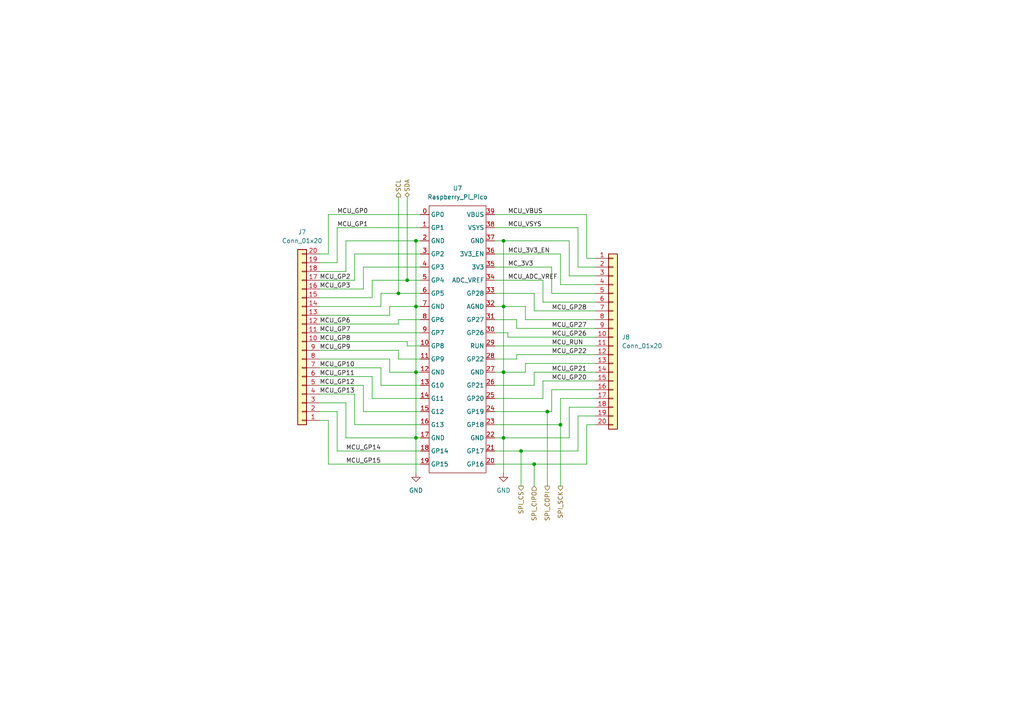
<source format=kicad_sch>
(kicad_sch (version 20211123) (generator eeschema)
  (paper "A4")
  (lib_symbols
    (symbol "Connectors:Conn_01x20" (pin_names (offset 1.016) hide)
      (property "Reference" "J" (at 0 25.4 0))
      (property "Value" "Conn_01x20" (at 0 -27.94 0))
      (symbol "Conn_01x20_1_1"
        (rectangle (start -1.27 -25.273) (end 0 -25.527) (stroke (width 0.1524)))
        (rectangle (start -1.27 -22.733) (end 0 -22.987) (stroke (width 0.1524)))
        (rectangle (start -1.27 -20.193) (end 0 -20.447) (stroke (width 0.1524)))
        (rectangle (start -1.27 -17.653) (end 0 -17.907) (stroke (width 0.1524)))
        (rectangle (start -1.27 -15.113) (end 0 -15.367) (stroke (width 0.1524)))
        (rectangle (start -1.27 -12.573) (end 0 -12.827) (stroke (width 0.1524)))
        (rectangle (start -1.27 -10.033) (end 0 -10.287) (stroke (width 0.1524)))
        (rectangle (start -1.27 -7.493) (end 0 -7.747) (stroke (width 0.1524)))
        (rectangle (start -1.27 -4.953) (end 0 -5.207) (stroke (width 0.1524)))
        (rectangle (start -1.27 -2.413) (end 0 -2.667) (stroke (width 0.1524)))
        (rectangle (start -1.27 0.127) (end 0 -0.127) (stroke (width 0.1524)))
        (rectangle (start -1.27 2.667) (end 0 2.413) (stroke (width 0.1524)))
        (rectangle (start -1.27 5.207) (end 0 4.953) (stroke (width 0.1524)))
        (rectangle (start -1.27 7.747) (end 0 7.493) (stroke (width 0.1524)))
        (rectangle (start -1.27 10.287) (end 0 10.033) (stroke (width 0.1524)))
        (rectangle (start -1.27 12.827) (end 0 12.573) (stroke (width 0.1524)))
        (rectangle (start -1.27 15.367) (end 0 15.113) (stroke (width 0.1524)))
        (rectangle (start -1.27 17.907) (end 0 17.653) (stroke (width 0.1524)))
        (rectangle (start -1.27 20.447) (end 0 20.193) (stroke (width 0.1524)))
        (rectangle (start -1.27 22.987) (end 0 22.733) (stroke (width 0.1524)))
        (rectangle (start -1.27 24.13) (end 1.27 -26.67) (stroke (width 0.254)) (fill (type background)))
        (pin passive line (at -5.08 22.86 0) (length 3.81) (name "Pin_1") (number "1"))
        (pin passive line (at -5.08 0 0) (length 3.81) (name "Pin_10") (number "10"))
        (pin passive line (at -5.08 -2.54 0) (length 3.81) (name "Pin_11") (number "11"))
        (pin passive line (at -5.08 -5.08 0) (length 3.81) (name "Pin_12") (number "12"))
        (pin passive line (at -5.08 -7.62 0) (length 3.81) (name "Pin_13") (number "13"))
        (pin passive line (at -5.08 -10.16 0) (length 3.81) (name "Pin_14") (number "14"))
        (pin passive line (at -5.08 -12.7 0) (length 3.81) (name "Pin_15") (number "15"))
        (pin passive line (at -5.08 -15.24 0) (length 3.81) (name "Pin_16") (number "16"))
        (pin passive line (at -5.08 -17.78 0) (length 3.81) (name "Pin_17") (number "17"))
        (pin passive line (at -5.08 -20.32 0) (length 3.81) (name "Pin_18") (number "18"))
        (pin passive line (at -5.08 -22.86 0) (length 3.81) (name "Pin_19") (number "19"))
        (pin passive line (at -5.08 20.32 0) (length 3.81) (name "Pin_2") (number "2"))
        (pin passive line (at -5.08 -25.4 0) (length 3.81) (name "Pin_20") (number "20"))
        (pin passive line (at -5.08 17.78 0) (length 3.81) (name "Pin_3") (number "3"))
        (pin passive line (at -5.08 15.24 0) (length 3.81) (name "Pin_4") (number "4"))
        (pin passive line (at -5.08 12.7 0) (length 3.81) (name "Pin_5") (number "5"))
        (pin passive line (at -5.08 10.16 0) (length 3.81) (name "Pin_6") (number "6"))
        (pin passive line (at -5.08 7.62 0) (length 3.81) (name "Pin_7") (number "7"))
        (pin passive line (at -5.08 5.08 0) (length 3.81) (name "Pin_8") (number "8"))
        (pin passive line (at -5.08 2.54 0) (length 3.81) (name "Pin_9") (number "9"))
      )
    )
    (symbol "MCU:Raspberry_Pi_Pico"
      (property "Reference" "U" (at 0 0 0))
      (property "Value" "Raspberry_Pi_Pico" (at 0 0 0))
      (symbol "Raspberry_Pi_Pico_0_0"
        (pin bidirectional line (at 0 0 0) (length 2.54) (name "GP0") (number "0"))
        (pin bidirectional line (at 0 -3.81 0) (length 2.54) (name "GP1") (number "1"))
        (pin bidirectional line (at 0 -38.1 0) (length 2.54) (name "GP8") (number "10"))
        (pin bidirectional line (at 0 -41.91 0) (length 2.54) (name "GP9") (number "11"))
        (pin bidirectional line (at 0 -45.72 0) (length 2.54) (name "GND") (number "12"))
        (pin bidirectional line (at 0 -49.53 0) (length 2.54) (name "G10") (number "13"))
        (pin bidirectional line (at 0 -53.34 0) (length 2.54) (name "G11") (number "14"))
        (pin bidirectional line (at 0 -57.15 0) (length 2.54) (name "G12") (number "15"))
        (pin bidirectional line (at 0 -60.96 0) (length 2.54) (name "G13") (number "16"))
        (pin bidirectional line (at 0 -64.77 0) (length 2.54) (name "GND") (number "17"))
        (pin bidirectional line (at 0 -68.58 0) (length 2.54) (name "GP14") (number "18"))
        (pin bidirectional line (at 0 -72.39 0) (length 2.54) (name "GP15") (number "19"))
        (pin bidirectional line (at 0 -7.62 0) (length 2.54) (name "GND") (number "2"))
        (pin bidirectional line (at 21.59 -72.39 180) (length 2.54) (name "GP16") (number "20"))
        (pin bidirectional line (at 21.59 -68.58 180) (length 2.54) (name "GP17") (number "21"))
        (pin bidirectional line (at 21.59 -64.77 180) (length 2.54) (name "GND") (number "22"))
        (pin bidirectional line (at 21.59 -60.96 180) (length 2.54) (name "GP18") (number "23"))
        (pin bidirectional line (at 21.59 -57.15 180) (length 2.54) (name "GP19") (number "24"))
        (pin bidirectional line (at 21.59 -53.34 180) (length 2.54) (name "GP20") (number "25"))
        (pin bidirectional line (at 21.59 -49.53 180) (length 2.54) (name "GP21") (number "26"))
        (pin bidirectional line (at 21.59 -45.72 180) (length 2.54) (name "GND") (number "27"))
        (pin bidirectional line (at 21.59 -41.91 180) (length 2.54) (name "GP22") (number "28"))
        (pin bidirectional line (at 21.59 -38.1 180) (length 2.54) (name "RUN") (number "29"))
        (pin bidirectional line (at 0 -11.43 0) (length 2.54) (name "GP2") (number "3"))
        (pin bidirectional line (at 21.59 -34.29 180) (length 2.54) (name "GP26") (number "30"))
        (pin bidirectional line (at 21.59 -30.48 180) (length 2.54) (name "GP27") (number "31"))
        (pin bidirectional line (at 21.59 -26.67 180) (length 2.54) (name "AGND") (number "32"))
        (pin bidirectional line (at 21.59 -22.86 180) (length 2.54) (name "GP28") (number "33"))
        (pin bidirectional line (at 21.59 -19.05 180) (length 2.54) (name "ADC_VREF") (number "34"))
        (pin bidirectional line (at 21.59 -15.24 180) (length 2.54) (name "3V3") (number "35"))
        (pin bidirectional line (at 21.59 -11.43 180) (length 2.54) (name "3V3_EN") (number "36"))
        (pin bidirectional line (at 21.59 -7.62 180) (length 2.54) (name "GND") (number "37"))
        (pin bidirectional line (at 21.59 -3.81 180) (length 2.54) (name "VSYS") (number "38"))
        (pin bidirectional line (at 21.59 0 180) (length 2.54) (name "VBUS") (number "39"))
        (pin bidirectional line (at 0 -15.24 0) (length 2.54) (name "GP3") (number "4"))
        (pin bidirectional line (at 0 -19.05 0) (length 2.54) (name "GP4") (number "5"))
        (pin bidirectional line (at 0 -22.86 0) (length 2.54) (name "GP5") (number "6"))
        (pin bidirectional line (at 0 -26.67 0) (length 2.54) (name "GND") (number "7"))
        (pin bidirectional line (at 0 -30.48 0) (length 2.54) (name "GP6") (number "8"))
        (pin bidirectional line (at 0 -34.29 0) (length 2.54) (name "GP7") (number "9"))
      )
      (symbol "Raspberry_Pi_Pico_0_1"
        (rectangle (start 19.05 -74.93) (end 2.54 2.54))
      )
    )
    (symbol "Sources:GND" (power) (pin_names (offset 0))
      (property "Value" "GND" (at 0 -3.81 0))
      (symbol "GND_0_1"
        (polyline (pts (xy 0 0) (xy 0 -1.27) (xy 1.27 -1.27) (xy 0 -2.54) (xy -1.27 -1.27) (xy 0 -1.27)))
      )
      (symbol "GND_1_1"
        (pin power_in line (at 0 0 270) (length 0) hide (name "GND") (number "1"))
      )
    )
  )
  (junction (at 120.65 69.85))
  (junction (at 120.65 107.95))
  (junction (at 146.05 107.95))
  (junction (at 120.65 127))
  (junction (at 146.05 127))
  (junction (at 115.57 85.09))
  (junction (at 146.05 88.9))
  (junction (at 154.94 134.62))
  (junction (at 162.56 123.19))
  (junction (at 146.05 69.85))
  (junction (at 120.65 88.9))
  (junction (at 118.11 81.28))
  (junction (at 151.13 130.81))
  (junction (at 158.75 119.38))
  (wire (pts (xy 160.02 85.09) (xy 172.72 85.09)))
  (wire (pts (xy 146.05 127) (xy 165.1 127)))
  (wire (pts (xy 97.79 66.04) (xy 121.92 66.04)))
  (wire (pts (xy 151.13 130.81) (xy 151.13 140.97)))
  (wire (pts (xy 143.51 73.66) (xy 162.56 73.66)))
  (wire (pts (xy 146.05 88.9) (xy 152.4 88.9)))
  (wire (pts (xy 143.51 123.19) (xy 162.56 123.19)))
  (wire (pts (xy 158.75 119.38) (xy 158.75 140.97)))
  (wire (pts (xy 143.51 62.23) (xy 170.18 62.23)))
  (wire (pts (xy 149.86 92.71) (xy 149.86 95.25)))
  (wire (pts (xy 121.92 69.85) (xy 120.65 69.85)))
  (wire (pts (xy 158.75 119.38) (xy 160.02 119.38)))
  (wire (pts (xy 152.4 88.9) (xy 152.4 92.71)))
  (wire (pts (xy 143.51 127) (xy 146.05 127)))
  (wire (pts (xy 121.92 104.14) (xy 115.57 104.14)))
  (wire (pts (xy 121.92 115.57) (xy 107.95 115.57)))
  (wire (pts (xy 165.1 127) (xy 165.1 118.11)))
  (wire (pts (xy 147.32 96.52) (xy 147.32 97.79)))
  (wire (pts (xy 120.65 88.9) (xy 113.03 88.9)))
  (wire (pts (xy 143.51 119.38) (xy 158.75 119.38)))
  (wire (pts (xy 100.33 127) (xy 100.33 116.84)))
  (wire (pts (xy 97.79 130.81) (xy 97.79 119.38)))
  (wire (pts (xy 152.4 105.41) (xy 172.72 105.41)))
  (wire (pts (xy 160.02 119.38) (xy 160.02 113.03)))
  (wire (pts (xy 120.65 107.95) (xy 113.03 107.95)))
  (wire (pts (xy 92.71 99.06) (xy 118.11 99.06)))
  (wire (pts (xy 102.87 73.66) (xy 102.87 81.28)))
  (wire (pts (xy 121.92 111.76) (xy 110.49 111.76)))
  (wire (pts (xy 149.86 104.14) (xy 149.86 102.87)))
  (wire (pts (xy 143.51 69.85) (xy 146.05 69.85)))
  (wire (pts (xy 95.25 62.23) (xy 121.92 62.23)))
  (wire (pts (xy 143.51 104.14) (xy 149.86 104.14)))
  (wire (pts (xy 97.79 119.38) (xy 92.71 119.38)))
  (wire (pts (xy 107.95 81.28) (xy 107.95 86.36)))
  (wire (pts (xy 121.92 134.62) (xy 95.25 134.62)))
  (wire (pts (xy 120.65 127) (xy 100.33 127)))
  (wire (pts (xy 151.13 130.81) (xy 167.64 130.81)))
  (wire (pts (xy 110.49 85.09) (xy 110.49 88.9)))
  (wire (pts (xy 115.57 92.71) (xy 115.57 93.98)))
  (wire (pts (xy 115.57 101.6) (xy 92.71 101.6)))
  (wire (pts (xy 105.41 77.47) (xy 105.41 83.82)))
  (wire (pts (xy 143.51 92.71) (xy 149.86 92.71)))
  (wire (pts (xy 95.25 134.62) (xy 95.25 121.92)))
  (wire (pts (xy 113.03 91.44) (xy 92.71 91.44)))
  (wire (pts (xy 154.94 107.95) (xy 172.72 107.95)))
  (wire (pts (xy 146.05 69.85) (xy 165.1 69.85)))
  (wire (pts (xy 105.41 119.38) (xy 105.41 111.76)))
  (wire (pts (xy 115.57 85.09) (xy 110.49 85.09)))
  (wire (pts (xy 107.95 115.57) (xy 107.95 109.22)))
  (wire (pts (xy 120.65 107.95) (xy 120.65 127)))
  (wire (pts (xy 100.33 116.84) (xy 92.71 116.84)))
  (wire (pts (xy 113.03 104.14) (xy 92.71 104.14)))
  (wire (pts (xy 157.48 87.63) (xy 172.72 87.63)))
  (wire (pts (xy 121.92 119.38) (xy 105.41 119.38)))
  (wire (pts (xy 102.87 73.66) (xy 121.92 73.66)))
  (wire (pts (xy 160.02 77.47) (xy 160.02 85.09)))
  (wire (pts (xy 107.95 109.22) (xy 92.71 109.22)))
  (wire (pts (xy 118.11 57.15) (xy 118.11 81.28)))
  (wire (pts (xy 146.05 69.85) (xy 146.05 88.9)))
  (wire (pts (xy 121.92 88.9) (xy 120.65 88.9)))
  (wire (pts (xy 154.94 90.17) (xy 172.72 90.17)))
  (wire (pts (xy 162.56 123.19) (xy 162.56 140.97)))
  (wire (pts (xy 143.51 85.09) (xy 154.94 85.09)))
  (wire (pts (xy 149.86 102.87) (xy 172.72 102.87)))
  (wire (pts (xy 121.92 123.19) (xy 102.87 123.19)))
  (wire (pts (xy 121.92 130.81) (xy 97.79 130.81)))
  (wire (pts (xy 157.48 115.57) (xy 157.48 110.49)))
  (wire (pts (xy 95.25 121.92) (xy 92.71 121.92)))
  (wire (pts (xy 154.94 134.62) (xy 170.18 134.62)))
  (wire (pts (xy 154.94 111.76) (xy 154.94 107.95)))
  (wire (pts (xy 143.51 111.76) (xy 154.94 111.76)))
  (wire (pts (xy 121.92 92.71) (xy 115.57 92.71)))
  (wire (pts (xy 121.92 127) (xy 120.65 127)))
  (wire (pts (xy 118.11 100.33) (xy 118.11 99.06)))
  (wire (pts (xy 105.41 83.82) (xy 92.71 83.82)))
  (wire (pts (xy 149.86 95.25) (xy 172.72 95.25)))
  (wire (pts (xy 105.41 77.47) (xy 121.92 77.47)))
  (wire (pts (xy 172.72 97.79) (xy 147.32 97.79)))
  (wire (pts (xy 154.94 134.62) (xy 154.94 140.97)))
  (wire (pts (xy 162.56 82.55) (xy 172.72 82.55)))
  (wire (pts (xy 160.02 113.03) (xy 172.72 113.03)))
  (wire (pts (xy 167.64 66.04) (xy 167.64 77.47)))
  (wire (pts (xy 157.48 81.28) (xy 157.48 87.63)))
  (wire (pts (xy 110.49 106.68) (xy 92.71 106.68)))
  (wire (pts (xy 162.56 73.66) (xy 162.56 82.55)))
  (wire (pts (xy 162.56 123.19) (xy 162.56 115.57)))
  (wire (pts (xy 152.4 107.95) (xy 152.4 105.41)))
  (wire (pts (xy 102.87 123.19) (xy 102.87 114.3)))
  (wire (pts (xy 146.05 107.95) (xy 152.4 107.95)))
  (wire (pts (xy 120.65 127) (xy 120.65 137.16)))
  (wire (pts (xy 115.57 85.09) (xy 121.92 85.09)))
  (wire (pts (xy 110.49 88.9) (xy 92.71 88.9)))
  (wire (pts (xy 120.65 69.85) (xy 120.65 88.9)))
  (wire (pts (xy 121.92 107.95) (xy 120.65 107.95)))
  (wire (pts (xy 143.51 77.47) (xy 160.02 77.47)))
  (wire (pts (xy 170.18 74.93) (xy 172.72 74.93)))
  (wire (pts (xy 143.51 96.52) (xy 147.32 96.52)))
  (wire (pts (xy 165.1 80.01) (xy 172.72 80.01)))
  (wire (pts (xy 143.51 130.81) (xy 151.13 130.81)))
  (wire (pts (xy 100.33 69.85) (xy 100.33 78.74)))
  (wire (pts (xy 143.51 134.62) (xy 154.94 134.62)))
  (wire (pts (xy 97.79 66.04) (xy 97.79 76.2)))
  (wire (pts (xy 97.79 76.2) (xy 92.71 76.2)))
  (wire (pts (xy 143.51 115.57) (xy 157.48 115.57)))
  (wire (pts (xy 105.41 111.76) (xy 92.71 111.76)))
  (wire (pts (xy 95.25 62.23) (xy 95.25 73.66)))
  (wire (pts (xy 113.03 107.95) (xy 113.03 104.14)))
  (wire (pts (xy 107.95 81.28) (xy 118.11 81.28)))
  (wire (pts (xy 146.05 107.95) (xy 146.05 127)))
  (wire (pts (xy 170.18 62.23) (xy 170.18 74.93)))
  (wire (pts (xy 167.64 130.81) (xy 167.64 120.65)))
  (wire (pts (xy 121.92 100.33) (xy 118.11 100.33)))
  (wire (pts (xy 118.11 81.28) (xy 121.92 81.28)))
  (wire (pts (xy 120.65 88.9) (xy 120.65 107.95)))
  (wire (pts (xy 162.56 115.57) (xy 172.72 115.57)))
  (wire (pts (xy 143.51 107.95) (xy 146.05 107.95)))
  (wire (pts (xy 170.18 123.19) (xy 172.72 123.19)))
  (wire (pts (xy 100.33 78.74) (xy 92.71 78.74)))
  (wire (pts (xy 102.87 114.3) (xy 92.71 114.3)))
  (wire (pts (xy 107.95 86.36) (xy 92.71 86.36)))
  (wire (pts (xy 165.1 118.11) (xy 172.72 118.11)))
  (wire (pts (xy 92.71 96.52) (xy 121.92 96.52)))
  (wire (pts (xy 102.87 81.28) (xy 92.71 81.28)))
  (wire (pts (xy 110.49 111.76) (xy 110.49 106.68)))
  (wire (pts (xy 146.05 88.9) (xy 146.05 107.95)))
  (wire (pts (xy 143.51 66.04) (xy 167.64 66.04)))
  (wire (pts (xy 165.1 69.85) (xy 165.1 80.01)))
  (wire (pts (xy 146.05 127) (xy 146.05 137.16)))
  (wire (pts (xy 154.94 85.09) (xy 154.94 90.17)))
  (wire (pts (xy 157.48 110.49) (xy 172.72 110.49)))
  (wire (pts (xy 170.18 134.62) (xy 170.18 123.19)))
  (wire (pts (xy 113.03 88.9) (xy 113.03 91.44)))
  (wire (pts (xy 172.72 100.33) (xy 143.51 100.33)))
  (wire (pts (xy 143.51 88.9) (xy 146.05 88.9)))
  (wire (pts (xy 152.4 92.71) (xy 172.72 92.71)))
  (wire (pts (xy 167.64 120.65) (xy 172.72 120.65)))
  (wire (pts (xy 115.57 57.15) (xy 115.57 85.09)))
  (wire (pts (xy 115.57 93.98) (xy 92.71 93.98)))
  (wire (pts (xy 115.57 104.14) (xy 115.57 101.6)))
  (wire (pts (xy 120.65 69.85) (xy 100.33 69.85)))
  (wire (pts (xy 167.64 77.47) (xy 172.72 77.47)))
  (wire (pts (xy 143.51 81.28) (xy 157.48 81.28)))
  (wire (pts (xy 95.25 73.66) (xy 92.71 73.66)))
  (label "MCU_VSYS" (at 147.32 66.04 0))
  (label "MCU_GP9" (at 92.71 101.6 0))
  (label "MCU_ADC_VREF" (at 147.32 81.28 0))
  (label "MCU_GP12" (at 92.71 111.76 0))
  (label "MCU_GP14" (at 100.33 130.81 0))
  (label "MCU_GP21" (at 160.02 107.95 0))
  (label "MC_3V3" (at 147.32 77.47 0))
  (label "MCU_VBUS" (at 147.32 62.23 0))
  (label "MCU_GP26" (at 160.02 97.79 0))
  (label "MCU_GP3" (at 92.71 83.82 0))
  (label "MCU_GP28" (at 160.02 90.17 0))
  (label "MCU_GP27" (at 160.02 95.25 0))
  (label "MCU_GP8" (at 92.71 99.06 0))
  (label "MCU_GP10" (at 92.71 106.68 0))
  (label "MCU_GP1" (at 97.79 66.04 0))
  (label "MCU_GP13" (at 92.71 114.3 0))
  (label "MCU_GP7" (at 92.71 96.52 0))
  (label "MCU_GP6" (at 92.71 93.98 0))
  (label "MCU_GP22" (at 160.02 102.87 0))
  (label "MCU_GP15" (at 100.33 134.62 0))
  (label "MCU_RUN" (at 160.02 100.33 0))
  (label "MCU_GP11" (at 92.71 109.22 0))
  (label "MCU_3V3_EN" (at 147.32 73.66 0))
  (label "MCU_GP2" (at 92.71 81.28 0))
  (label "MCU_GP0" (at 97.79 62.23 0))
  (label "MCU_GP20" (at 160.02 110.49 0))
  (hierarchical_label "SPI_SCK" (shape output) (at 162.56 140.97 270))
  (hierarchical_label "SPI_COPI" (shape output) (at 158.75 140.97 270))
  (hierarchical_label "SDA" (shape bidirectional) (at 118.11 57.15 90))
  (hierarchical_label "SPI_CS" (shape output) (at 151.13 140.97 270))
  (hierarchical_label "SCL" (shape output) (at 115.57 57.15 90))
  (hierarchical_label "SPI_CIPO" (shape input) (at 154.94 140.97 270))
  (symbol (lib_id "MCU:Raspberry_Pi_Pico") (at 121.92 62.23 0) (unit 1)
    (property "Reference" "U7" (at 132.715 54.61 0))
    (property "Value" "Raspberry_Pi_Pico" (at 132.715 57.15 0))
    (property "Footprint" "Homemade:Raspberry Pi Pico" (effects hide))
  )
  (symbol (lib_id "Sources:GND") (at 146.05 137.16 0) (unit 1)
    (property "Reference" "#PWR0137" (effects hide))
    (property "Value" "GND" (at 146.05 142.24 0))
  )
  (symbol (lib_id "Sources:GND") (at 120.65 137.16 0) (unit 1)
    (property "Reference" "#PWR0136" (effects hide))
    (property "Value" "GND" (at 120.65 142.24 0))
  )
  (symbol (lib_id "Connectors:Conn_01x20") (at 87.63 99.06 180) (unit 1)
    (property "Reference" "J7" (at 87.63 67.31 0))
    (property "Value" "Conn_01x20" (at 87.63 69.85 0))
    (property "Footprint" "Connector_PinSocket_2.54mm:PinSocket_1x20_P2.54mm_Vertical" (effects hide))
  )
  (symbol (lib_id "Connectors:Conn_01x20") (at 177.8 97.79 0) (unit 1)
    (property "Reference" "J8" (at 180.34 97.7899 0) (effects (justify left)))
    (property "Value" "Conn_01x20" (at 180.34 100.3299 0) (effects (justify left)))
    (property "Footprint" "Connector_PinSocket_2.54mm:PinSocket_1x20_P2.54mm_Vertical" (effects hide))
  )
)
</source>
